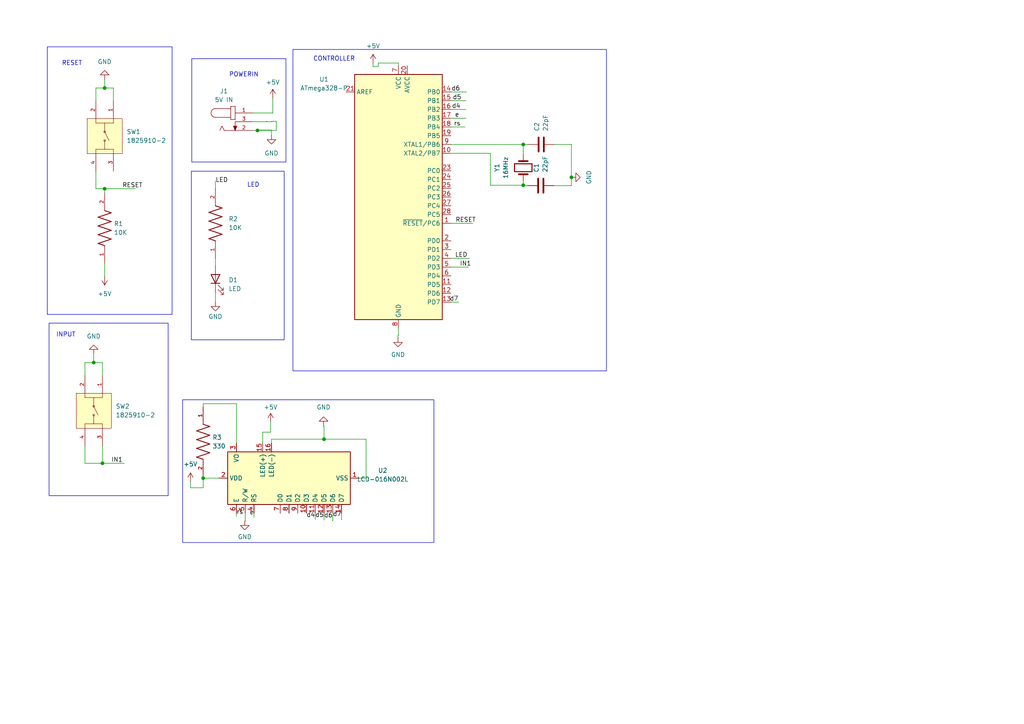
<source format=kicad_sch>
(kicad_sch (version 20230121) (generator eeschema)
  (paper "A4")
  (lib_symbols
    (symbol "DC Connector:PJ-002B" (pin_names (offset 1.016))
      (property "Reference" "J" (at -7.6337 5.0892 0))
      (property "Value" "PJ-002B" (at -7.6269 -5.0846 0))
      (symbol "PJ-002B_0_0"
        (arc (start -5.715 3.81) (mid -6.9795 2.54) (end -5.715 1.27) (stroke (width 0.1524)))
        (polyline (pts (xy -5.715 3.81) (xy -1.27 3.81)) (stroke (width 0.1524)))
        (polyline (pts (xy -3.81 -1.27) (xy -4.445 -2.54)) (stroke (width 0.1524)))
        (polyline (pts (xy -3.175 -2.54) (xy -3.81 -1.27)) (stroke (width 0.1524)))
        (polyline (pts (xy -1.27 0.635) (xy 0 0.635)) (stroke (width 0.1524)))
        (polyline (pts (xy -1.27 1.27) (xy -5.715 1.27)) (stroke (width 0.1524)))
        (polyline (pts (xy -1.27 1.27) (xy -1.27 0.635)) (stroke (width 0.1524)))
        (polyline (pts (xy -1.27 3.81) (xy -1.27 1.27)) (stroke (width 0.1524)))
        (polyline (pts (xy -1.27 4.445) (xy -1.27 3.81)) (stroke (width 0.1524)))
        (polyline (pts (xy 0 -2.54) (xy -3.175 -2.54)) (stroke (width 0.1524)))
        (polyline (pts (xy 0 0) (xy 0 -2.54)) (stroke (width 0.1524)))
        (polyline (pts (xy 0 0.635) (xy 0 4.445)) (stroke (width 0.1524)))
        (polyline (pts (xy 0 4.445) (xy -1.27 4.445)) (stroke (width 0.1524)))
        (polyline (pts (xy 0 -2.54) (xy -0.508 -1.27) (xy 0.508 -1.27) (xy 0 -2.54)) (stroke (width 0.1524)) (fill (type outline)))
        (pin passive line (at 5.08 2.54 180) (length 5.08) (name "~") (number "1"))
        (pin passive line (at 5.08 -2.54 180) (length 5.08) (name "~") (number "2"))
        (pin passive line (at 5.08 0 180) (length 5.08) (name "~") (number "3"))
      )
    )
    (symbol "Device:C" (pin_numbers hide) (pin_names (offset 0.254))
      (property "Reference" "C" (at 0.635 2.54 0))
      (property "Value" "C" (at 0.635 -2.54 0))
      (symbol "C_0_1"
        (polyline (pts (xy -2.032 -0.762) (xy 2.032 -0.762)) (stroke (width 0.508)))
        (polyline (pts (xy -2.032 0.762) (xy 2.032 0.762)) (stroke (width 0.508)))
      )
      (symbol "C_1_1"
        (pin passive line (at 0 3.81 270) (length 2.794) (name "~") (number "1"))
        (pin passive line (at 0 -3.81 90) (length 2.794) (name "~") (number "2"))
      )
    )
    (symbol "Device:Crystal" (pin_numbers hide) (pin_names (offset 1.016) hide)
      (property "Reference" "Y" (at 0 3.81 0))
      (property "Value" "Crystal" (at 0 -3.81 0))
      (symbol "Crystal_0_1"
        (rectangle (start -1.143 2.54) (end 1.143 -2.54) (stroke (width 0.3048)))
        (polyline (pts (xy -2.54 0) (xy -1.905 0)))
        (polyline (pts (xy -1.905 -1.27) (xy -1.905 1.27)) (stroke (width 0.508)))
        (polyline (pts (xy 1.905 -1.27) (xy 1.905 1.27)) (stroke (width 0.508)))
        (polyline (pts (xy 2.54 0) (xy 1.905 0)))
      )
      (symbol "Crystal_1_1"
        (pin passive line (at -3.81 0 0) (length 1.27) (name "1") (number "1"))
        (pin passive line (at 3.81 0 180) (length 1.27) (name "2") (number "2"))
      )
    )
    (symbol "Device:LED" (pin_numbers hide) (pin_names (offset 1.016) hide)
      (property "Reference" "D" (at 0 2.54 0))
      (property "Value" "LED" (at 0 -2.54 0))
      (symbol "LED_0_1"
        (polyline (pts (xy -1.27 -1.27) (xy -1.27 1.27)) (stroke (width 0.254)))
        (polyline (pts (xy -1.27 0) (xy 1.27 0)))
        (polyline (pts (xy 1.27 -1.27) (xy 1.27 1.27) (xy -1.27 0) (xy 1.27 -1.27)) (stroke (width 0.254)))
        (polyline (pts (xy -3.048 -0.762) (xy -4.572 -2.286) (xy -3.81 -2.286) (xy -4.572 -2.286) (xy -4.572 -1.524)))
        (polyline (pts (xy -1.778 -0.762) (xy -3.302 -2.286) (xy -2.54 -2.286) (xy -3.302 -2.286) (xy -3.302 -1.524)))
      )
      (symbol "LED_1_1"
        (pin passive line (at -3.81 0 0) (length 2.54) (name "K") (number "1"))
        (pin passive line (at 3.81 0 180) (length 2.54) (name "A") (number "2"))
      )
    )
    (symbol "Display_Character:WC1602A"
      (property "Reference" "DS" (at -5.842 19.05 0))
      (property "Value" "WC1602A" (at 5.334 19.05 0))
      (symbol "WC1602A_1_1"
        (rectangle (start -7.62 17.78) (end 7.62 -17.78) (stroke (width 0.254)) (fill (type background)))
        (pin power_in line (at 0 -20.32 90) (length 2.54) (name "VSS") (number "1"))
        (pin input line (at -10.16 -5.08 0) (length 2.54) (name "D3") (number "10"))
        (pin input line (at -10.16 -7.62 0) (length 2.54) (name "D4") (number "11"))
        (pin input line (at -10.16 -10.16 0) (length 2.54) (name "D5") (number "12"))
        (pin input line (at -10.16 -12.7 0) (length 2.54) (name "D6") (number "13"))
        (pin input line (at -10.16 -15.24 0) (length 2.54) (name "D7") (number "14"))
        (pin power_in line (at 10.16 7.62 180) (length 2.54) (name "LED(+)") (number "15"))
        (pin power_in line (at 10.16 5.08 180) (length 2.54) (name "LED(-)") (number "16"))
        (pin power_in line (at 0 20.32 270) (length 2.54) (name "VDD") (number "2"))
        (pin input line (at 10.16 15.24 180) (length 2.54) (name "VO") (number "3"))
        (pin input line (at -10.16 10.16 0) (length 2.54) (name "RS") (number "4"))
        (pin input line (at -10.16 12.7 0) (length 2.54) (name "R/W") (number "5"))
        (pin input line (at -10.16 15.24 0) (length 2.54) (name "E") (number "6"))
        (pin input line (at -10.16 2.54 0) (length 2.54) (name "D0") (number "7"))
        (pin input line (at -10.16 0 0) (length 2.54) (name "D1") (number "8"))
        (pin input line (at -10.16 -2.54 0) (length 2.54) (name "D2") (number "9"))
      )
    )
    (symbol "MCU_Microchip_ATmega:ATmega328-P"
      (property "Reference" "U" (at -12.7 36.83 0))
      (property "Value" "ATmega328-P" (at 2.54 -36.83 0))
      (symbol "ATmega328-P_0_1"
        (rectangle (start -12.7 -35.56) (end 12.7 35.56) (stroke (width 0.254)) (fill (type background)))
      )
      (symbol "ATmega328-P_1_1"
        (pin bidirectional line (at 15.24 -7.62 180) (length 2.54) (name "~{RESET}/PC6") (number "1"))
        (pin bidirectional line (at 15.24 12.7 180) (length 2.54) (name "XTAL2/PB7") (number "10"))
        (pin bidirectional line (at 15.24 -25.4 180) (length 2.54) (name "PD5") (number "11"))
        (pin bidirectional line (at 15.24 -27.94 180) (length 2.54) (name "PD6") (number "12"))
        (pin bidirectional line (at 15.24 -30.48 180) (length 2.54) (name "PD7") (number "13"))
        (pin bidirectional line (at 15.24 30.48 180) (length 2.54) (name "PB0") (number "14"))
        (pin bidirectional line (at 15.24 27.94 180) (length 2.54) (name "PB1") (number "15"))
        (pin bidirectional line (at 15.24 25.4 180) (length 2.54) (name "PB2") (number "16"))
        (pin bidirectional line (at 15.24 22.86 180) (length 2.54) (name "PB3") (number "17"))
        (pin bidirectional line (at 15.24 20.32 180) (length 2.54) (name "PB4") (number "18"))
        (pin bidirectional line (at 15.24 17.78 180) (length 2.54) (name "PB5") (number "19"))
        (pin bidirectional line (at 15.24 -12.7 180) (length 2.54) (name "PD0") (number "2"))
        (pin power_in line (at 2.54 38.1 270) (length 2.54) (name "AVCC") (number "20"))
        (pin passive line (at -15.24 30.48 0) (length 2.54) (name "AREF") (number "21"))
        (pin passive line (at 0 -38.1 90) (length 2.54) hide (name "GND") (number "22"))
        (pin bidirectional line (at 15.24 7.62 180) (length 2.54) (name "PC0") (number "23"))
        (pin bidirectional line (at 15.24 5.08 180) (length 2.54) (name "PC1") (number "24"))
        (pin bidirectional line (at 15.24 2.54 180) (length 2.54) (name "PC2") (number "25"))
        (pin bidirectional line (at 15.24 0 180) (length 2.54) (name "PC3") (number "26"))
        (pin bidirectional line (at 15.24 -2.54 180) (length 2.54) (name "PC4") (number "27"))
        (pin bidirectional line (at 15.24 -5.08 180) (length 2.54) (name "PC5") (number "28"))
        (pin bidirectional line (at 15.24 -15.24 180) (length 2.54) (name "PD1") (number "3"))
        (pin bidirectional line (at 15.24 -17.78 180) (length 2.54) (name "PD2") (number "4"))
        (pin bidirectional line (at 15.24 -20.32 180) (length 2.54) (name "PD3") (number "5"))
        (pin bidirectional line (at 15.24 -22.86 180) (length 2.54) (name "PD4") (number "6"))
        (pin power_in line (at 0 38.1 270) (length 2.54) (name "VCC") (number "7"))
        (pin power_in line (at 0 -38.1 90) (length 2.54) (name "GND") (number "8"))
        (pin bidirectional line (at 15.24 15.24 180) (length 2.54) (name "XTAL1/PB6") (number "9"))
      )
    )
    (symbol "Push button:1825910-2" (pin_names (offset 1.016))
      (property "Reference" "SW" (at -5.0876 5.8507 0))
      (property "Value" "1825910-2" (at -5.0871 -7.6307 0))
      (symbol "1825910-2_0_0"
        (rectangle (start -5.08 -5.08) (end 5.08 5.08) (stroke (width 0.127)) (fill (type background)))
        (circle (center -1.27 0) (radius 0.254) (stroke (width 0.127)))
        (polyline (pts (xy -5.08 2.54) (xy -3.81 2.54)) (stroke (width 0.127)))
        (polyline (pts (xy -3.81 -2.54) (xy -5.08 -2.54)) (stroke (width 0.127)))
        (polyline (pts (xy -3.81 0) (xy -3.81 -2.54)) (stroke (width 0.127)))
        (polyline (pts (xy -3.81 0) (xy -1.27 0)) (stroke (width 0.127)))
        (polyline (pts (xy -3.81 2.54) (xy -3.81 0)) (stroke (width 0.127)))
        (polyline (pts (xy -1.27 0) (xy 1.27 1.27)) (stroke (width 0.127)))
        (polyline (pts (xy 1.27 0) (xy 3.81 0)) (stroke (width 0.127)))
        (polyline (pts (xy 3.81 -2.54) (xy 5.08 -2.54)) (stroke (width 0.127)))
        (polyline (pts (xy 3.81 0) (xy 3.81 -2.54)) (stroke (width 0.127)))
        (polyline (pts (xy 3.81 0) (xy 3.81 2.54)) (stroke (width 0.127)))
        (polyline (pts (xy 3.81 2.54) (xy 5.08 2.54)) (stroke (width 0.127)))
        (circle (center 1.27 0) (radius 0.254) (stroke (width 0.127)))
        (pin passive line (at -10.16 2.54 0) (length 5.08) (name "~") (number "1"))
        (pin passive line (at -10.16 -2.54 0) (length 5.08) (name "~") (number "2"))
        (pin passive line (at 10.16 2.54 180) (length 5.08) (name "~") (number "3"))
        (pin passive line (at 10.16 -2.54 180) (length 5.08) (name "~") (number "4"))
      )
    )
    (symbol "power:+5V" (power) (pin_names (offset 0))
      (property "Value" "+5V" (at 0 3.556 0))
      (symbol "+5V_0_1"
        (polyline (pts (xy -0.762 1.27) (xy 0 2.54)))
        (polyline (pts (xy 0 0) (xy 0 2.54)))
        (polyline (pts (xy 0 2.54) (xy 0.762 1.27)))
      )
      (symbol "+5V_1_1"
        (pin power_in line (at 0 0 90) (length 0) hide (name "+5V") (number "1"))
      )
    )
    (symbol "power:GND" (power) (pin_names (offset 0))
      (property "Value" "GND" (at 0 -3.81 0))
      (symbol "GND_0_1"
        (polyline (pts (xy 0 0) (xy 0 -1.27) (xy 1.27 -1.27) (xy 0 -2.54) (xy -1.27 -1.27) (xy 0 -1.27)))
      )
      (symbol "GND_1_1"
        (pin power_in line (at 0 0 270) (length 0) hide (name "GND") (number "1"))
      )
    )
    (symbol "resistor25mm:2-1623927-3" (pin_names (offset 1.016))
      (property "Reference" "R" (at -7.6244 2.5415 0))
      (property "Value" "2-1623927-3" (at -7.63 -5.0866 0))
      (symbol "2-1623927-3_0_0"
        (polyline (pts (xy -5.08 0) (xy -4.445 1.905)) (stroke (width 0.254)))
        (polyline (pts (xy -4.445 1.905) (xy -3.175 -1.905)) (stroke (width 0.254)))
        (polyline (pts (xy -3.175 -1.905) (xy -1.905 1.905)) (stroke (width 0.254)))
        (polyline (pts (xy -1.905 1.905) (xy -0.635 -1.905)) (stroke (width 0.254)))
        (polyline (pts (xy -0.635 -1.905) (xy 0.635 1.905)) (stroke (width 0.254)))
        (polyline (pts (xy 0.635 1.905) (xy 1.905 -1.905)) (stroke (width 0.254)))
        (polyline (pts (xy 1.905 -1.905) (xy 3.175 1.905)) (stroke (width 0.254)))
        (polyline (pts (xy 3.175 1.905) (xy 4.445 -1.905)) (stroke (width 0.254)))
        (polyline (pts (xy 4.445 -1.905) (xy 5.08 0)) (stroke (width 0.254)))
        (pin passive line (at -10.16 0 0) (length 5.08) (name "~") (number "1"))
        (pin passive line (at 10.16 0 180) (length 5.08) (name "~") (number "2"))
      )
    )
  )
  (junction (at 165.735 51.435))
  (junction (at 151.765 41.91))
  (junction (at 27.178 105.156))
  (junction (at 30.353 54.737))
  (junction (at 74.676 37.846))
  (junction (at 30.353 25.527))
  (junction (at 151.765 53.721))
  (junction (at 29.718 134.366))
  (junction (at 93.98 127.381))
  (junction (at 58.928 138.684))
  (wire (pts (xy 130.81 34.29) (xy 135.128 34.29)))
  (wire (pts (xy 108.204 19.304) (xy 108.204 18.288)))
  (wire (pts (xy 151.765 53.848) (xy 153.035 53.848)))
  (wire (pts (xy 115.57 97.282) (xy 115.443 97.282)))
  (wire (pts (xy 130.81 36.83) (xy 134.874 36.83)))
  (wire (pts (xy 27.178 105.156) (xy 29.718 105.156)))
  (wire (pts (xy 78.867 35.179) (xy 80.137 35.179)))
  (wire (pts (xy 78.867 35.179) (xy 78.867 35.306)))
  (wire (pts (xy 91.44 148.844) (xy 91.44 150.622)))
  (wire (pts (xy 137.16 64.77) (xy 130.81 64.77)))
  (wire (pts (xy 71.12 151.13) (xy 70.993 151.13)))
  (wire (pts (xy 78.74 127.381) (xy 78.74 128.524)))
  (wire (pts (xy 160.782 41.91) (xy 165.735 41.91)))
  (wire (pts (xy 151.765 53.721) (xy 151.765 53.848)))
  (wire (pts (xy 30.353 76.327) (xy 30.353 80.137)))
  (wire (pts (xy 115.443 97.282) (xy 115.443 98.044)))
  (wire (pts (xy 151.765 41.91) (xy 153.162 41.91)))
  (wire (pts (xy 78.74 127.381) (xy 93.98 127.381)))
  (wire (pts (xy 106.172 127.381) (xy 93.98 127.381)))
  (wire (pts (xy 130.81 29.21) (xy 135.128 29.21)))
  (wire (pts (xy 27.178 102.616) (xy 27.178 105.156)))
  (wire (pts (xy 115.57 19.05) (xy 115.57 18.288)))
  (wire (pts (xy 79.121 32.766) (xy 73.279 32.766)))
  (wire (pts (xy 58.928 141.478) (xy 58.928 138.684)))
  (wire (pts (xy 24.638 129.286) (xy 24.638 134.366)))
  (wire (pts (xy 71.12 148.844) (xy 71.12 151.13)))
  (wire (pts (xy 96.393 151.003) (xy 96.52 151.003)))
  (wire (pts (xy 74.676 37.846) (xy 80.137 37.846)))
  (wire (pts (xy 30.353 54.737) (xy 27.813 54.737)))
  (wire (pts (xy 27.813 49.657) (xy 27.813 54.737)))
  (wire (pts (xy 58.928 117.094) (xy 58.928 117.983)))
  (wire (pts (xy 109.728 19.304) (xy 108.204 19.304)))
  (wire (pts (xy 109.728 18.288) (xy 109.728 19.304)))
  (wire (pts (xy 62.484 74.93) (xy 62.484 77.089)))
  (wire (pts (xy 93.853 123.571) (xy 93.853 123.444)))
  (wire (pts (xy 62.484 52.451) (xy 62.484 54.61)))
  (wire (pts (xy 93.98 123.571) (xy 93.853 123.571)))
  (wire (pts (xy 78.486 122.428) (xy 78.486 125.349)))
  (wire (pts (xy 68.58 148.844) (xy 68.58 149.733)))
  (wire (pts (xy 99.06 148.844) (xy 99.06 150.749)))
  (wire (pts (xy 62.484 87.63) (xy 62.484 84.709)))
  (wire (pts (xy 165.735 41.91) (xy 165.735 51.435)))
  (wire (pts (xy 130.81 31.75) (xy 135.128 31.75)))
  (wire (pts (xy 77.216 35.179) (xy 77.343 35.179)))
  (wire (pts (xy 24.638 105.156) (xy 27.178 105.156)))
  (wire (pts (xy 24.638 108.966) (xy 24.638 105.156)))
  (wire (pts (xy 73.66 148.844) (xy 73.66 150.114)))
  (wire (pts (xy 29.718 134.366) (xy 29.718 129.286)))
  (wire (pts (xy 29.718 134.366) (xy 36.068 134.366)))
  (wire (pts (xy 160.655 53.848) (xy 165.735 53.848)))
  (wire (pts (xy 30.353 56.007) (xy 30.353 54.737)))
  (wire (pts (xy 130.81 26.67) (xy 135.255 26.67)))
  (wire (pts (xy 24.638 134.366) (xy 29.718 134.366)))
  (wire (pts (xy 63.5 138.684) (xy 58.928 138.684)))
  (wire (pts (xy 68.58 117.094) (xy 58.928 117.094)))
  (wire (pts (xy 115.57 95.25) (xy 115.57 97.282)))
  (wire (pts (xy 58.928 138.303) (xy 58.928 138.684)))
  (wire (pts (xy 151.765 41.783) (xy 151.765 41.91)))
  (wire (pts (xy 130.81 77.47) (xy 135.89 77.47)))
  (wire (pts (xy 29.718 105.156) (xy 29.718 108.966)))
  (wire (pts (xy 27.813 29.337) (xy 27.813 25.527)))
  (wire (pts (xy 76.2 128.524) (xy 76.2 125.349)))
  (wire (pts (xy 55.245 141.478) (xy 58.928 141.478)))
  (wire (pts (xy 142.24 53.721) (xy 151.765 53.721)))
  (wire (pts (xy 74.676 37.719) (xy 74.676 37.846)))
  (wire (pts (xy 80.137 35.179) (xy 80.137 37.846)))
  (wire (pts (xy 130.81 87.63) (xy 132.969 87.63)))
  (wire (pts (xy 30.353 22.987) (xy 30.353 25.527)))
  (wire (pts (xy 151.765 41.91) (xy 151.765 44.831)))
  (wire (pts (xy 104.14 138.684) (xy 106.172 138.684)))
  (wire (pts (xy 27.813 25.527) (xy 30.353 25.527)))
  (wire (pts (xy 79.121 28.448) (xy 79.121 32.766)))
  (wire (pts (xy 142.24 44.45) (xy 142.24 53.721)))
  (wire (pts (xy 106.172 138.684) (xy 106.172 127.381)))
  (wire (pts (xy 93.98 148.844) (xy 93.98 150.876)))
  (wire (pts (xy 73.279 37.846) (xy 74.676 37.846)))
  (wire (pts (xy 30.353 54.737) (xy 39.243 54.737)))
  (wire (pts (xy 130.81 41.91) (xy 151.765 41.91)))
  (wire (pts (xy 130.81 44.45) (xy 142.24 44.45)))
  (wire (pts (xy 68.58 128.524) (xy 68.58 117.094)))
  (wire (pts (xy 130.81 74.93) (xy 136.144 74.93)))
  (wire (pts (xy 30.353 25.527) (xy 32.893 25.527)))
  (wire (pts (xy 78.486 125.349) (xy 76.2 125.349)))
  (wire (pts (xy 78.74 37.719) (xy 74.676 37.719)))
  (wire (pts (xy 115.57 18.288) (xy 109.728 18.288)))
  (wire (pts (xy 78.74 39.243) (xy 78.74 37.719)))
  (wire (pts (xy 32.893 25.527) (xy 32.893 29.337)))
  (wire (pts (xy 93.98 123.571) (xy 93.98 127.381)))
  (wire (pts (xy 73.279 35.306) (xy 78.867 35.306)))
  (wire (pts (xy 165.735 51.435) (xy 165.735 53.848)))
  (wire (pts (xy 96.52 148.844) (xy 96.52 151.003)))
  (wire (pts (xy 151.765 52.451) (xy 151.765 53.721)))
  (wire (pts (xy 55.245 139.7) (xy 55.245 141.478)))
  (rectangle (start 84.963 14.351) (end 175.895 107.569))
  (rectangle (start 55.499 49.657) (end 82.423 98.552))
  (rectangle (start 52.959 115.951) (end 125.857 157.353))
  (rectangle (start 55.626 17.018) (end 82.931 46.99))
  (rectangle (start 13.716 13.589) (end 49.911 91.186))
  (rectangle (start 14.224 93.726) (end 48.768 143.764))
  (text "CONTROLLER\n" (at 90.805 17.907 0) (effects (font (size 1.27 1.27)) (justify left bottom)))
  (text "LED\n" (at 71.628 54.483 0) (effects (font (size 1.27 1.27)) (justify left bottom)))
  (text "INPUT\n" (at 16.256 97.917 0) (effects (font (size 1.27 1.27)) (justify left bottom)))
  (text "POWERIN\n" (at 66.421 22.479 0) (effects (font (size 1.27 1.27)) (justify left bottom)))
  (text "RESET\n" (at 17.907 19.177 0) (effects (font (size 1.27 1.27)) (justify left bottom)))
  (label "d7" (at 99.06 150.114 180))
  (label "IN1" (at 32.258 134.366 0))
  (label "d4" (at 133.604 31.75 180))
  (label "d4" (at 91.44 150.368 180))
  (label "LED" (at 62.484 53.213 0))
  (label "d6" (at 96.52 150.495 180))
  (label "RESET" (at 132.08 64.77 0))
  (label "d5" (at 93.98 150.368 180))
  (label "d6" (at 133.477 26.67 180))
  (label "IN1" (at 133.35 77.47 0))
  (label "d7" (at 132.969 87.63 180))
  (label "e" (at 133.223 34.29 180))
  (label "d5" (at 133.858 29.21 180))
  (label "RESET" (at 35.433 54.737 0))
  (label "e" (at 73.66 149.606 180))
  (label "LED" (at 131.953 74.93 0))
  (label "rs" (at 133.604 36.83 180))
  (label "rs" (at 68.58 149.479 0))
  (symbol (lib_id "Push button:1825910-2") (at 30.353 39.497 270) (unit 1)
    (property "Reference" "SW1" (at 36.703 38.227 90) (effects (justify left)))
    (property "Value" "1825910-2" (at 36.703 40.767 90) (effects (justify left)))
    (property "Footprint" "DC Connector:TE_1825910-2" (effects hide))
    (property "Comment" "1825910-2" (effects hide))
    (property "EU_RoHS_Compliance" "Compliant" (effects hide))
    (property "Contact_Current_Rating" "50 mA" (effects hide))
    (property "Configuration_Pole-Throw" "Single Pole - Single Throw" (effects hide))
  )
  (symbol (lib_id "Push button:1825910-2") (at 27.178 119.126 270) (unit 1)
    (property "Reference" "SW2" (at 33.528 117.856 90) (effects (justify left)))
    (property "Value" "1825910-2" (at 33.528 120.396 90) (effects (justify left)))
    (property "Footprint" "DC Connector:TE_1825910-2" (effects hide))
    (property "Comment" "1825910-2" (effects hide))
    (property "EU_RoHS_Compliance" "Compliant" (effects hide))
    (property "Contact_Current_Rating" "50 mA" (effects hide))
    (property "Configuration_Pole-Throw" "Single Pole - Single Throw" (effects hide))
  )
  (symbol (lib_id "MCU_Microchip_ATmega:ATmega328-P") (at 115.57 57.15 0) (unit 1)
    (property "Reference" "U1" (at 93.98 23.0221 0))
    (property "Value" "ATmega328-P" (at 93.98 25.5621 0))
    (property "Footprint" "Package_DIP:DIP-28_W7.62mm" (effects hide))
    (property "Datasheet" "http://ww1.microchip.com/downloads/en/DeviceDoc/ATmega328_P%20AVR%20MCU%20with%20picoPower%20Technology%20Data%20Sheet%2040001984A.pdf" (effects hide))
  )
  (symbol (lib_id "power:GND") (at 70.993 151.13 0) (unit 1)
    (property "Reference" "#PWR08" (effects hide))
    (property "Value" "GND" (at 70.993 155.702 0))
  )
  (symbol (lib_id "power:GND") (at 27.178 102.616 180) (unit 1)
    (property "Reference" "#PWR03" (effects hide))
    (property "Value" "GND" (at 27.178 97.536 0))
  )
  (symbol (lib_id "power:+5V") (at 78.486 122.428 0) (unit 1)
    (property "Reference" "#PWR011" (effects hide))
    (property "Value" "+5V" (at 78.486 118.11 0))
  )
  (symbol (lib_id "power:+5V") (at 55.245 139.7 0) (unit 1)
    (property "Reference" "#PWR09" (effects hide))
    (property "Value" "+5V" (at 55.245 134.62 0))
  )
  (symbol (lib_id "power:+5V") (at 30.353 80.137 180) (unit 1)
    (property "Reference" "#PWR02" (effects hide))
    (property "Value" "+5V" (at 30.353 85.217 0))
  )
  (symbol (lib_id "Display_Character:WC1602A") (at 83.82 138.684 90) (unit 1)
    (property "Reference" "U2" (at 110.998 136.4681 90))
    (property "Value" "LCD-016N002L" (at 110.998 139.0081 90))
    (property "Footprint" "Connector_PinHeader_2.54mm:PinHeader_1x16_P2.54mm_Vertical" (effects hide))
    (property "Datasheet" "http://www.wincomlcd.com/pdf/WC1602A-SFYLYHTC06.pdf" (effects hide))
  )
  (symbol (lib_id "power:+5V") (at 79.121 28.448 0) (unit 1)
    (property "Reference" "#PWR04" (effects hide))
    (property "Value" "+5V" (at 79.121 23.876 0))
  )
  (symbol (lib_id "Device:LED") (at 62.484 80.899 90) (unit 1)
    (property "Reference" "D1" (at 66.294 81.2165 90) (effects (justify right)))
    (property "Value" "LED" (at 66.294 83.7565 90) (effects (justify right)))
    (property "Footprint" "LED_THT:LED_D3.0mm" (effects hide))
  )
  (symbol (lib_id "Device:Crystal") (at 151.765 48.641 90) (unit 1)
    (property "Reference" "Y1" (at 144.145 48.641 0))
    (property "Value" "16MHz" (at 146.685 48.641 0))
    (property "Footprint" "Crystal:Crystal_HC18-U_Vertical" (effects hide))
  )
  (symbol (lib_id "power:GND") (at 78.74 39.243 0) (unit 1)
    (property "Reference" "#PWR06" (effects hide))
    (property "Value" "GND" (at 78.74 44.45 0))
  )
  (symbol (lib_id "power:GND") (at 93.853 123.444 180) (unit 1)
    (property "Reference" "#PWR010" (effects hide))
    (property "Value" "GND" (at 93.853 118.11 0))
  )
  (symbol (lib_id "resistor25mm:2-1623927-3") (at 62.484 64.77 90) (unit 1)
    (property "Reference" "R2" (at 66.294 63.5 90) (effects (justify right)))
    (property "Value" "10K" (at 66.294 66.04 90) (effects (justify right)))
    (property "Footprint" "DC Connector:RESAD700W45L350D185" (effects hide))
    (property "Comment" "2-1623927-3" (effects hide))
    (property "Power_Rating" ".25 W" (effects hide))
    (property "Resistance" "1K" (effects hide))
    (property "Voltage_Rating" "200 V" (effects hide))
    (property "EU_RoHS_Compliance" "Compliant" (effects hide))
    (property "Tolerance" "5%" (effects hide))
  )
  (symbol (lib_id "power:GND") (at 115.443 98.044 0) (unit 1)
    (property "Reference" "#PWR013" (effects hide))
    (property "Value" "GND" (at 115.443 102.87 0))
  )
  (symbol (lib_id "resistor25mm:2-1623927-3") (at 30.353 66.167 90) (unit 1)
    (property "Reference" "R1" (at 33.02 64.897 90) (effects (justify right)))
    (property "Value" "10K" (at 33.02 67.437 90) (effects (justify right)))
    (property "Footprint" "DC Connector:RESAD700W45L350D185" (effects hide))
    (property "Comment" "2-1623927-3" (effects hide))
    (property "Power_Rating" ".25 W" (effects hide))
    (property "Resistance" "1K" (effects hide))
    (property "Voltage_Rating" "200 V" (effects hide))
    (property "EU_RoHS_Compliance" "Compliant" (effects hide))
    (property "Tolerance" "5%" (effects hide))
  )
  (symbol (lib_id "Device:C") (at 156.972 41.91 90) (unit 1)
    (property "Reference" "C2" (at 155.702 38.1 0) (effects (justify left)))
    (property "Value" "22pF" (at 158.242 38.1 0) (effects (justify left)))
    (property "Footprint" "Capacitor_THT:C_Disc_D3.0mm_W1.6mm_P2.50mm" (effects hide))
  )
  (symbol (lib_id "DC Connector:PJ-002B") (at 68.199 35.306 0) (unit 1)
    (property "Reference" "J1" (at 64.9632 26.416 0))
    (property "Value" "5V IN" (at 64.9632 28.956 0))
    (property "Footprint" "DC Connector:CUI_PJ-002B" (effects hide))
    (property "MANUFACTURER" "CUI INC" (effects hide))
    (property "STANDARD" "Manufacturer recommendations" (effects hide))
  )
  (symbol (lib_id "power:GND") (at 165.735 51.435 90) (unit 1)
    (property "Reference" "#PWR05" (effects hide))
    (property "Value" "GND" (at 170.815 51.435 0))
  )
  (symbol (lib_id "power:GND") (at 62.484 87.63 0) (unit 1)
    (property "Reference" "#PWR07" (effects hide))
    (property "Value" "GND" (at 62.484 91.821 0))
  )
  (symbol (lib_id "Device:C") (at 156.845 53.848 90) (unit 1)
    (property "Reference" "C1" (at 155.575 50.038 0) (effects (justify left)))
    (property "Value" "22pF" (at 158.115 50.038 0) (effects (justify left)))
    (property "Footprint" "Capacitor_THT:C_Disc_D3.0mm_W1.6mm_P2.50mm" (effects hide))
  )
  (symbol (lib_id "power:+5V") (at 108.204 18.288 0) (unit 1)
    (property "Reference" "#PWR012" (effects hide))
    (property "Value" "+5V" (at 108.204 13.335 0))
  )
  (symbol (lib_id "power:GND") (at 30.353 22.987 180) (unit 1)
    (property "Reference" "#PWR01" (effects hide))
    (property "Value" "GND" (at 30.353 17.907 0))
  )
  (symbol (lib_id "resistor25mm:2-1623927-3") (at 58.928 128.143 270) (unit 1)
    (property "Reference" "R3" (at 61.595 126.873 90) (effects (justify left)))
    (property "Value" "330" (at 61.595 129.413 90) (effects (justify left)))
    (property "Footprint" "DC Connector:RESAD700W45L350D185" (effects hide))
    (property "Comment" "2-1623927-3" (effects hide))
    (property "Power_Rating" ".25 W" (effects hide))
    (property "Resistance" "1K" (effects hide))
    (property "Voltage_Rating" "200 V" (effects hide))
    (property "EU_RoHS_Compliance" "Compliant" (effects hide))
    (property "Tolerance" "5%" (effects hide))
  )
)
</source>
